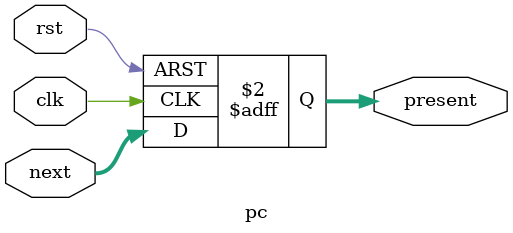
<source format=v>
`timescale 1ps/1ps
module pc (
    clk,
    next,
    present,
    rst
);
    output reg [31:0] present;
    input clk;
    input [31:0] next;
    input rst;
    always @(posedge clk,posedge rst) begin
        if (rst)begin
            present<=32'b0;
            
        end
        else begin
            present <= next;
        end
    end

endmodule
</source>
